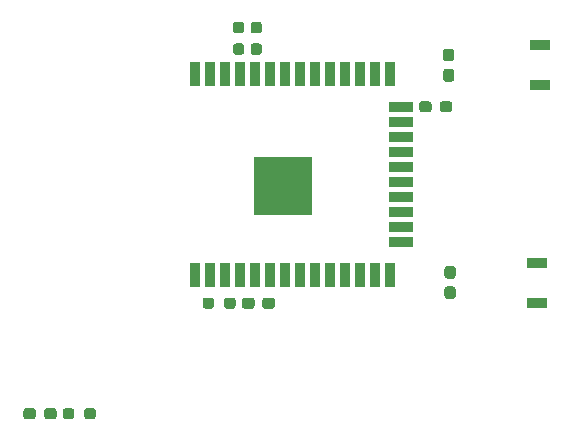
<source format=gbr>
%TF.GenerationSoftware,KiCad,Pcbnew,(5.1.12)-1*%
%TF.CreationDate,2023-08-18T20:52:49-06:00*%
%TF.ProjectId,X,582e6b69-6361-4645-9f70-636258585858,rev?*%
%TF.SameCoordinates,Original*%
%TF.FileFunction,Paste,Top*%
%TF.FilePolarity,Positive*%
%FSLAX46Y46*%
G04 Gerber Fmt 4.6, Leading zero omitted, Abs format (unit mm)*
G04 Created by KiCad (PCBNEW (5.1.12)-1) date 2023-08-18 20:52:49*
%MOMM*%
%LPD*%
G01*
G04 APERTURE LIST*
%ADD10R,5.000000X5.000000*%
%ADD11R,0.900000X2.000000*%
%ADD12R,2.000000X0.900000*%
%ADD13R,1.700000X0.900000*%
G04 APERTURE END LIST*
D10*
%TO.C,U1*%
X142069200Y-105749600D03*
D11*
X134569200Y-113249600D03*
X135839200Y-113249600D03*
X137109200Y-113249600D03*
X138379200Y-113249600D03*
X139649200Y-113249600D03*
X140919200Y-113249600D03*
X142189200Y-113249600D03*
X143459200Y-113249600D03*
X144729200Y-113249600D03*
X145999200Y-113249600D03*
X147269200Y-113249600D03*
X148539200Y-113249600D03*
X149809200Y-113249600D03*
X151079200Y-113249600D03*
D12*
X152079200Y-110464600D03*
X152079200Y-109194600D03*
X152079200Y-107924600D03*
X152079200Y-106654600D03*
X152079200Y-105384600D03*
X152079200Y-104114600D03*
X152079200Y-102844600D03*
X152079200Y-101574600D03*
X152079200Y-100304600D03*
X152079200Y-99034600D03*
D11*
X151079200Y-96249600D03*
X149809200Y-96249600D03*
X148539200Y-96249600D03*
X147269200Y-96249600D03*
X145999200Y-96249600D03*
X144729200Y-96249600D03*
X143459200Y-96249600D03*
X142189200Y-96249600D03*
X140919200Y-96249600D03*
X139649200Y-96249600D03*
X138379200Y-96249600D03*
X137109200Y-96249600D03*
X135839200Y-96249600D03*
X134569200Y-96249600D03*
%TD*%
%TO.C,C1*%
G36*
G01*
X156447500Y-115319000D02*
X155972500Y-115319000D01*
G75*
G02*
X155735000Y-115081500I0J237500D01*
G01*
X155735000Y-114481500D01*
G75*
G02*
X155972500Y-114244000I237500J0D01*
G01*
X156447500Y-114244000D01*
G75*
G02*
X156685000Y-114481500I0J-237500D01*
G01*
X156685000Y-115081500D01*
G75*
G02*
X156447500Y-115319000I-237500J0D01*
G01*
G37*
G36*
G01*
X156447500Y-113594000D02*
X155972500Y-113594000D01*
G75*
G02*
X155735000Y-113356500I0J237500D01*
G01*
X155735000Y-112756500D01*
G75*
G02*
X155972500Y-112519000I237500J0D01*
G01*
X156447500Y-112519000D01*
G75*
G02*
X156685000Y-112756500I0J-237500D01*
G01*
X156685000Y-113356500D01*
G75*
G02*
X156447500Y-113594000I-237500J0D01*
G01*
G37*
%TD*%
%TO.C,C2*%
G36*
G01*
X140304400Y-115909100D02*
X140304400Y-115434100D01*
G75*
G02*
X140541900Y-115196600I237500J0D01*
G01*
X141141900Y-115196600D01*
G75*
G02*
X141379400Y-115434100I0J-237500D01*
G01*
X141379400Y-115909100D01*
G75*
G02*
X141141900Y-116146600I-237500J0D01*
G01*
X140541900Y-116146600D01*
G75*
G02*
X140304400Y-115909100I0J237500D01*
G01*
G37*
G36*
G01*
X138579400Y-115909100D02*
X138579400Y-115434100D01*
G75*
G02*
X138816900Y-115196600I237500J0D01*
G01*
X139416900Y-115196600D01*
G75*
G02*
X139654400Y-115434100I0J-237500D01*
G01*
X139654400Y-115909100D01*
G75*
G02*
X139416900Y-116146600I-237500J0D01*
G01*
X138816900Y-116146600D01*
G75*
G02*
X138579400Y-115909100I0J237500D01*
G01*
G37*
%TD*%
%TO.C,C5*%
G36*
G01*
X156320500Y-96904000D02*
X155845500Y-96904000D01*
G75*
G02*
X155608000Y-96666500I0J237500D01*
G01*
X155608000Y-96066500D01*
G75*
G02*
X155845500Y-95829000I237500J0D01*
G01*
X156320500Y-95829000D01*
G75*
G02*
X156558000Y-96066500I0J-237500D01*
G01*
X156558000Y-96666500D01*
G75*
G02*
X156320500Y-96904000I-237500J0D01*
G01*
G37*
G36*
G01*
X156320500Y-95179000D02*
X155845500Y-95179000D01*
G75*
G02*
X155608000Y-94941500I0J237500D01*
G01*
X155608000Y-94341500D01*
G75*
G02*
X155845500Y-94104000I237500J0D01*
G01*
X156320500Y-94104000D01*
G75*
G02*
X156558000Y-94341500I0J-237500D01*
G01*
X156558000Y-94941500D01*
G75*
G02*
X156320500Y-95179000I-237500J0D01*
G01*
G37*
%TD*%
%TO.C,R1*%
G36*
G01*
X135252000Y-115901499D02*
X135252000Y-115426499D01*
G75*
G02*
X135489500Y-115188999I237500J0D01*
G01*
X135989500Y-115188999D01*
G75*
G02*
X136227000Y-115426499I0J-237500D01*
G01*
X136227000Y-115901499D01*
G75*
G02*
X135989500Y-116138999I-237500J0D01*
G01*
X135489500Y-116138999D01*
G75*
G02*
X135252000Y-115901499I0J237500D01*
G01*
G37*
G36*
G01*
X137077000Y-115901499D02*
X137077000Y-115426499D01*
G75*
G02*
X137314500Y-115188999I237500J0D01*
G01*
X137814500Y-115188999D01*
G75*
G02*
X138052000Y-115426499I0J-237500D01*
G01*
X138052000Y-115901499D01*
G75*
G02*
X137814500Y-116138999I-237500J0D01*
G01*
X137314500Y-116138999D01*
G75*
G02*
X137077000Y-115901499I0J237500D01*
G01*
G37*
%TD*%
%TO.C,R2*%
G36*
G01*
X138065500Y-91843400D02*
X138540500Y-91843400D01*
G75*
G02*
X138778000Y-92080900I0J-237500D01*
G01*
X138778000Y-92580900D01*
G75*
G02*
X138540500Y-92818400I-237500J0D01*
G01*
X138065500Y-92818400D01*
G75*
G02*
X137828000Y-92580900I0J237500D01*
G01*
X137828000Y-92080900D01*
G75*
G02*
X138065500Y-91843400I237500J0D01*
G01*
G37*
G36*
G01*
X138065500Y-93668400D02*
X138540500Y-93668400D01*
G75*
G02*
X138778000Y-93905900I0J-237500D01*
G01*
X138778000Y-94405900D01*
G75*
G02*
X138540500Y-94643400I-237500J0D01*
G01*
X138065500Y-94643400D01*
G75*
G02*
X137828000Y-94405900I0J237500D01*
G01*
X137828000Y-93905900D01*
G75*
G02*
X138065500Y-93668400I237500J0D01*
G01*
G37*
%TD*%
%TO.C,R3*%
G36*
G01*
X139564100Y-93668400D02*
X140039100Y-93668400D01*
G75*
G02*
X140276600Y-93905900I0J-237500D01*
G01*
X140276600Y-94405900D01*
G75*
G02*
X140039100Y-94643400I-237500J0D01*
G01*
X139564100Y-94643400D01*
G75*
G02*
X139326600Y-94405900I0J237500D01*
G01*
X139326600Y-93905900D01*
G75*
G02*
X139564100Y-93668400I237500J0D01*
G01*
G37*
G36*
G01*
X139564100Y-91843400D02*
X140039100Y-91843400D01*
G75*
G02*
X140276600Y-92080900I0J-237500D01*
G01*
X140276600Y-92580900D01*
G75*
G02*
X140039100Y-92818400I-237500J0D01*
G01*
X139564100Y-92818400D01*
G75*
G02*
X139326600Y-92580900I0J237500D01*
G01*
X139326600Y-92080900D01*
G75*
G02*
X139564100Y-91843400I237500J0D01*
G01*
G37*
%TD*%
D13*
%TO.C,SW1*%
X163576000Y-112219000D03*
X163576000Y-115619000D03*
%TD*%
%TO.C,SW2*%
X163830000Y-97204000D03*
X163830000Y-93804000D03*
%TD*%
%TO.C,D1*%
G36*
G01*
X120088200Y-125256300D02*
X120088200Y-124781300D01*
G75*
G02*
X120325700Y-124543800I237500J0D01*
G01*
X120900700Y-124543800D01*
G75*
G02*
X121138200Y-124781300I0J-237500D01*
G01*
X121138200Y-125256300D01*
G75*
G02*
X120900700Y-125493800I-237500J0D01*
G01*
X120325700Y-125493800D01*
G75*
G02*
X120088200Y-125256300I0J237500D01*
G01*
G37*
G36*
G01*
X121838200Y-125256300D02*
X121838200Y-124781300D01*
G75*
G02*
X122075700Y-124543800I237500J0D01*
G01*
X122650700Y-124543800D01*
G75*
G02*
X122888200Y-124781300I0J-237500D01*
G01*
X122888200Y-125256300D01*
G75*
G02*
X122650700Y-125493800I-237500J0D01*
G01*
X122075700Y-125493800D01*
G75*
G02*
X121838200Y-125256300I0J237500D01*
G01*
G37*
%TD*%
%TO.C,D2*%
G36*
G01*
X154640800Y-98797100D02*
X154640800Y-99272100D01*
G75*
G02*
X154403300Y-99509600I-237500J0D01*
G01*
X153828300Y-99509600D01*
G75*
G02*
X153590800Y-99272100I0J237500D01*
G01*
X153590800Y-98797100D01*
G75*
G02*
X153828300Y-98559600I237500J0D01*
G01*
X154403300Y-98559600D01*
G75*
G02*
X154640800Y-98797100I0J-237500D01*
G01*
G37*
G36*
G01*
X156390800Y-98797100D02*
X156390800Y-99272100D01*
G75*
G02*
X156153300Y-99509600I-237500J0D01*
G01*
X155578300Y-99509600D01*
G75*
G02*
X155340800Y-99272100I0J237500D01*
G01*
X155340800Y-98797100D01*
G75*
G02*
X155578300Y-98559600I237500J0D01*
G01*
X156153300Y-98559600D01*
G75*
G02*
X156390800Y-98797100I0J-237500D01*
G01*
G37*
%TD*%
%TO.C,R4*%
G36*
G01*
X126215600Y-124781300D02*
X126215600Y-125256300D01*
G75*
G02*
X125978100Y-125493800I-237500J0D01*
G01*
X125478100Y-125493800D01*
G75*
G02*
X125240600Y-125256300I0J237500D01*
G01*
X125240600Y-124781300D01*
G75*
G02*
X125478100Y-124543800I237500J0D01*
G01*
X125978100Y-124543800D01*
G75*
G02*
X126215600Y-124781300I0J-237500D01*
G01*
G37*
G36*
G01*
X124390600Y-124781300D02*
X124390600Y-125256300D01*
G75*
G02*
X124153100Y-125493800I-237500J0D01*
G01*
X123653100Y-125493800D01*
G75*
G02*
X123415600Y-125256300I0J237500D01*
G01*
X123415600Y-124781300D01*
G75*
G02*
X123653100Y-124543800I237500J0D01*
G01*
X124153100Y-124543800D01*
G75*
G02*
X124390600Y-124781300I0J-237500D01*
G01*
G37*
%TD*%
M02*

</source>
